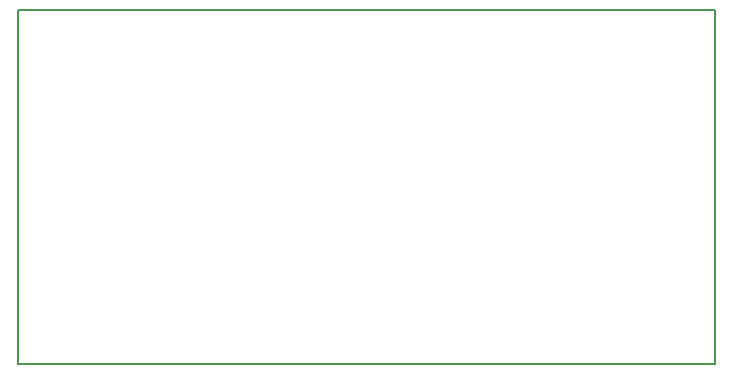
<source format=gm1>
G04 #@! TF.FileFunction,Profile,NP*
%FSLAX46Y46*%
G04 Gerber Fmt 4.6, Leading zero omitted, Abs format (unit mm)*
G04 Created by KiCad (PCBNEW 4.0.4-stable) date 05/25/17 08:11:09*
%MOMM*%
%LPD*%
G01*
G04 APERTURE LIST*
%ADD10C,0.100000*%
%ADD11C,0.150000*%
G04 APERTURE END LIST*
D10*
D11*
X80000000Y-64008000D02*
X80000000Y-34000000D01*
X139000000Y-64008000D02*
X80000000Y-64008000D01*
X139000000Y-34000000D02*
X139000000Y-64008000D01*
X80000000Y-34000000D02*
X139000000Y-34000000D01*
M02*

</source>
